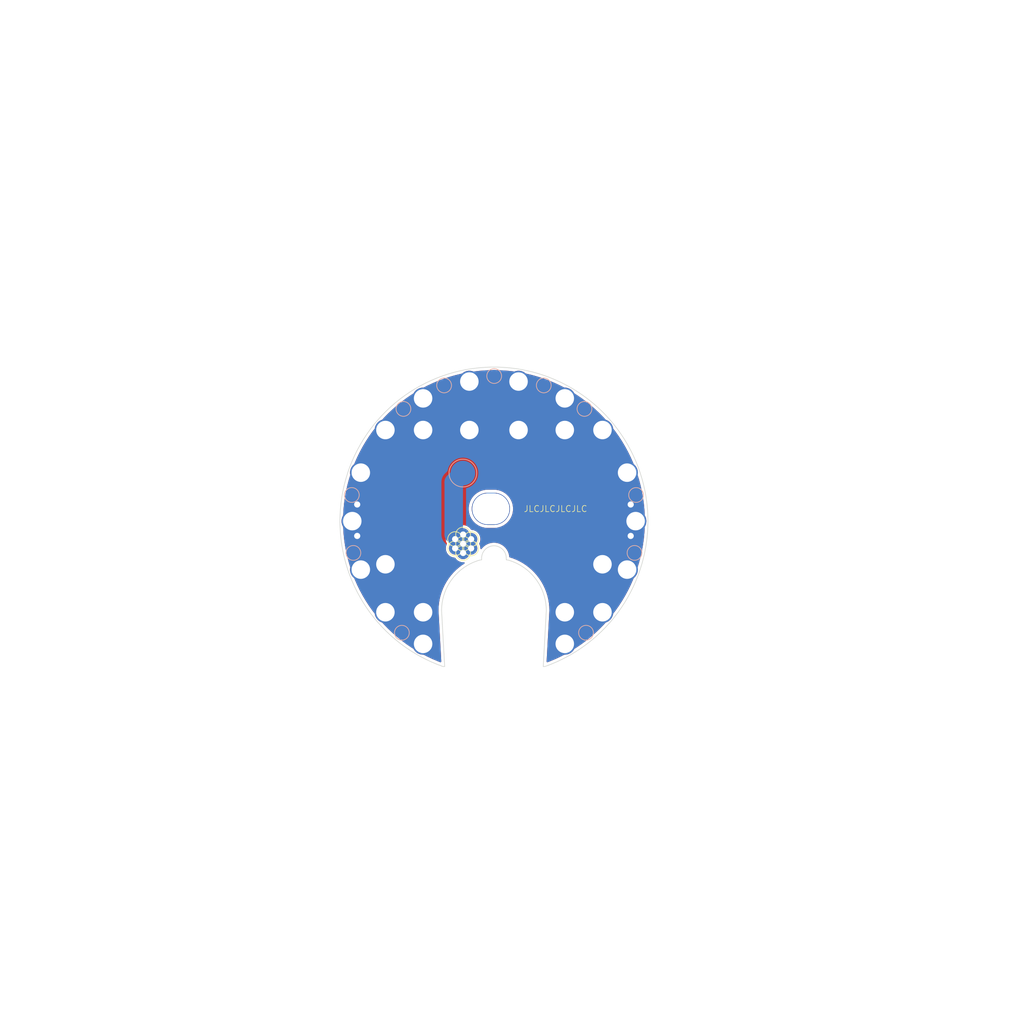
<source format=kicad_pcb>
(kicad_pcb (version 20241229) (generator "pcbnew") (generator_version "9.0")
  (layers (0 "F.Cu" signal) (2 "B.Cu" signal) (13 "F.Paste" user) (15 "B.Paste" user) (5 "F.SilkS" user "F.Silkscreen") (7 "B.SilkS" user "B.Silkscreen") (1 "F.Mask" user) (3 "B.Mask" user) (25 "Edge.Cuts" user))
  (net 0 "")
  (net 1 "GND")
  (net 2 "+3V0")
  (footprint "TestPoint:TestPoint_THTPad_3.0x3.0mm_Drill1.5mm" (layer "F.Cu") (at 121.613 92.134)
    (property "Reference" "clearance-D12" (hide yes))
    (property "Value" "TestPoint_THTPad_3.0x3.0mm_Drill1.5mm" (hide yes))
    (fp_circle (center 0 0) (end 1.1 0) (stroke (width 0.12)) (fill no) (layer "F.SilkS"))
    (pad "1" thru_hole circle (at 0 0 210) (size 3.5 3.5) (drill 3) (layers "*.Cu" "*.Mask") (net 1 "GND"))
  )
  (footprint "TestPoint:TestPoint_THTPad_3.0x3.0mm_Drill1.5mm" (layer "F.Cu") (at 99.5 98)
    (property "Reference" "clearance-U1" (hide yes))
    (property "Value" "TestPoint_THTPad_3.0x3.0mm_Drill1.5mm" (hide yes))
    (fp_circle (center 0 0) (end 1.1 0) (stroke (width 0.12)) (fill no) (layer "F.SilkS"))
    (pad "" np_thru_hole oval (at 0 0) (size 6.2 5.2) (drill oval 6 5) (layers "*.Cu" "*.Mask"))
  )
  (footprint "" (layer "F.Cu") (at 77.8 102.4)
    (property "Reference" "align-i3" (hide yes))
    (property "Value" "")
    (pad "1" thru_hole circle (at 0 0 30) (size 1.6 1.6) (drill 1) (layers "*.Cu" "*.Mask") (net 1 "GND"))
  )
  (footprint "TestPoint:TestPoint_THTPad_3.0x3.0mm_Drill1.5mm" (layer "F.Cu") (at 103.993908 85.215884)
    (property "Reference" "clearance-R5" (hide yes))
    (property "Value" "TestPoint_THTPad_3.0x3.0mm_Drill1.5mm" (hide yes))
    (fp_circle (center 0 0) (end 1.1 0) (stroke (width 0.12)) (fill no) (layer "F.SilkS"))
    (pad "1" thru_hole circle (at 0 0 210) (size 3.5 3.5) (drill 3) (layers "*.Cu" "*.Mask") (net 1 "GND"))
  )
  (footprint "TestPoint:TestPoint_THTPad_3.0x3.0mm_Drill1.5mm" (layer "F.Cu") (at 88.5 114.784115)
    (property "Reference" "clearance-R1" (hide yes))
    (property "Value" "TestPoint_THTPad_3.0x3.0mm_Drill1.5mm" (hide yes))
    (fp_circle (center 0 0) (end 1.1 0) (stroke (width 0.12)) (fill no) (layer "F.SilkS"))
    (pad "1" thru_hole circle (at 0 0 210) (size 3.5 3.5) (drill 3) (layers "*.Cu" "*.Mask") (net 1 "GND"))
  )
  (footprint "TestPoint:TestPoint_THTPad_3.0x3.0mm_Drill1.5mm" (layer "F.Cu") (at 117.619023 107)
    (property "Reference" "clearance-R7" (hide yes))
    (property "Value" "TestPoint_THTPad_3.0x3.0mm_Drill1.5mm" (hide yes))
    (fp_circle (center 0 0) (end 1.1 0) (stroke (width 0.12)) (fill no) (layer "F.SilkS"))
    (pad "1" thru_hole circle (at 0 0 210) (size 3.5 3.5) (drill 3) (layers "*.Cu" "*.Mask") (net 1 "GND"))
  )
  (footprint "TestPoint:TestPoint_THTPad_3.0x3.0mm_Drill1.5mm" (layer "F.Cu") (at 111.5 114.784115)
    (property "Reference" "clearance-R8" (hide yes))
    (property "Value" "TestPoint_THTPad_3.0x3.0mm_Drill1.5mm" (hide yes))
    (fp_circle (center 0 0) (end 1.1 0) (stroke (width 0.12)) (fill no) (layer "F.SilkS"))
    (pad "1" thru_hole circle (at 0 0 210) (size 3.5 3.5) (drill 3) (layers "*.Cu" "*.Mask") (net 1 "GND"))
  )
  (footprint "TestPoint:TestPoint_THTPad_3.0x3.0mm_Drill1.5mm" (layer "F.Cu") (at 96.006092 85.215884)
    (property "Reference" "clearance-R4" (hide yes))
    (property "Value" "TestPoint_THTPad_3.0x3.0mm_Drill1.5mm" (hide yes))
    (fp_circle (center 0 0) (end 1.1 0) (stroke (width 0.12)) (fill no) (layer "F.SilkS"))
    (pad "1" thru_hole circle (at 0 0 210) (size 3.5 3.5) (drill 3) (layers "*.Cu" "*.Mask") (net 1 "GND"))
  )
  (footprint "TestPoint:TestPoint_THTPad_D2.0mm_Drill1.0mm" (layer "F.Cu") (at 94.996 102.17)
    (property "Reference" "through-i2" (hide yes))
    (property "Value" "TestPoint_THTPad_D2.0mm_Drill1.0mm" (hide yes))
    (fp_circle (center 0 0) (end 0 1.2) (stroke (width 0.12)) (fill no) (layer "F.SilkS"))
    (pad "1" thru_hole circle (at 0 0) (size 2 2) (drill 1) (layers "*.Cu" "*.Mask") (net 2 "+3V0"))
  )
  (footprint "TestPoint:TestPoint_THTPad_3.0x3.0mm_Drill1.5mm" (layer "F.Cu") (at 111.5 85.215884)
    (property "Reference" "clearance-R6" (hide yes))
    (property "Value" "TestPoint_THTPad_3.0x3.0mm_Drill1.5mm" (hide yes))
    (fp_circle (center 0 0) (end 1.1 0) (stroke (width 0.12)) (fill no) (layer "F.SilkS"))
    (pad "1" thru_hole circle (at 0 0 210) (size 3.5 3.5) (drill 3) (layers "*.Cu" "*.Mask") (net 1 "GND"))
  )
  (footprint "TestPoint:TestPoint_THTPad_3.0x3.0mm_Drill1.5mm" (layer "F.Cu") (at 77 100)
    (property "Reference" "clearance-D4" (hide yes))
    (property "Value" "TestPoint_THTPad_3.0x3.0mm_Drill1.5mm" (hide yes))
    (fp_circle (center 0 0) (end 1.1 0) (stroke (width 0.12)) (fill no) (layer "F.SilkS"))
    (pad "1" thru_hole circle (at 0 0 210) (size 3.5 3.5) (drill 3) (layers "*.Cu" "*.Mask") (net 1 "GND"))
  )
  (footprint "TestPoint:TestPoint_THTPad_D2.0mm_Drill1.0mm" (layer "F.Cu") (at 96.295038 104.42 -120)
    (property "Reference" "through-i4" (hide yes))
    (property "Value" "TestPoint_THTPad_D2.0mm_Drill1.0mm" (hide yes))
    (fp_circle (center 0 0) (end 0 1.2) (stroke (width 0.12)) (fill no) (layer "F.SilkS"))
    (pad "1" thru_hole circle (at 0 0 240) (size 2 2) (drill 1) (layers "*.Cu" "*.Mask") (net 2 "+3V0"))
  )
  (footprint "TestPoint:TestPoint_THTPad_3.0x3.0mm_Drill1.5mm" (layer "F.Cu") (at 88.5 80.081)
    (property "Reference" "clearance-D7" (hide yes))
    (property "Value" "TestPoint_THTPad_3.0x3.0mm_Drill1.5mm" (hide yes))
    (fp_circle (center 0 0) (end 1.1 0) (stroke (width 0.12)) (fill no) (layer "F.SilkS"))
    (pad "1" thru_hole circle (at 0 0 210) (size 3.5 3.5) (drill 3) (layers "*.Cu" "*.Mask") (net 1 "GND"))
  )
  (footprint "TestPoint:TestPoint_THTPad_D2.0mm_Drill1.0mm" (layer "F.Cu") (at 94.996 105.17 180)
    (property "Reference" "through-i5" (hide yes))
    (property "Value" "TestPoint_THTPad_D2.0mm_Drill1.0mm" (hide yes))
    (fp_circle (center 0 0) (end 0 1.2) (stroke (width 0.12)) (fill no) (layer "F.SilkS"))
    (pad "1" thru_hole circle (at 0 0 180) (size 2 2) (drill 1) (layers "*.Cu" "*.Mask") (net 2 "+3V0"))
  )
  (footprint "TestPoint:TestPoint_THTPad_3.0x3.0mm_Drill1.5mm" (layer "F.Cu") (at 123 100)
    (property "Reference" "clearance-D13" (hide yes))
    (property "Value" "TestPoint_THTPad_3.0x3.0mm_Drill1.5mm" (hide yes))
    (fp_circle (center 0 0) (end 1.1 0) (stroke (width 0.12)) (fill no) (layer "F.SilkS"))
    (pad "1" thru_hole circle (at 0 0 210) (size 3.5 3.5) (drill 3) (layers "*.Cu" "*.Mask") (net 1 "GND"))
  )
  (footprint "" (layer "F.Cu") (at 122.2 102.4)
    (property "Reference" "align-i4" (hide yes))
    (property "Value" "")
    (pad "1" thru_hole circle (at 0 0 30) (size 1.6 1.6) (drill 1) (layers "*.Cu" "*.Mask") (net 1 "GND"))
  )
  (footprint "TestPoint:TestPoint_THTPad_3.0x3.0mm_Drill1.5mm" (layer "F.Cu") (at 88.5 119.919)
    (property "Reference" "clearance-D1" (hide yes))
    (property "Value" "TestPoint_THTPad_3.0x3.0mm_Drill1.5mm" (hide yes))
    (fp_circle (center 0 0) (end 1.1 0) (stroke (width 0.12)) (fill no) (layer "F.SilkS"))
    (pad "1" thru_hole circle (at 0 0 210) (size 3.5 3.5) (drill 3) (layers "*.Cu" "*.Mask") (net 1 "GND"))
  )
  (footprint "TestPoint:TestPoint_THTPad_3.0x3.0mm_Drill1.5mm" (layer "F.Cu") (at 78.3871 92.134)
    (property "Reference" "clearance-D5" (hide yes))
    (property "Value" "TestPoint_THTPad_3.0x3.0mm_Drill1.5mm" (hide yes))
    (fp_circle (center 0 0) (end 1.1 0) (stroke (width 0.12)) (fill no) (layer "F.SilkS"))
    (pad "1" thru_hole circle (at 0 0 210) (size 3.5 3.5) (drill 3) (layers "*.Cu" "*.Mask") (net 1 "GND"))
  )
  (footprint "TestPoint:TestPoint_THTPad_3.0x3.0mm_Drill1.5mm" (layer "F.Cu") (at 103.994 77.349)
    (property "Reference" "clearance-D9" (hide yes))
    (property "Value" "TestPoint_THTPad_3.0x3.0mm_Drill1.5mm" (hide yes))
    (fp_circle (center 0 0) (end 1.1 0) (stroke (width 0.12)) (fill no) (layer "F.SilkS"))
    (pad "1" thru_hole circle (at 0 0 210) (size 3.5 3.5) (drill 3) (layers "*.Cu" "*.Mask") (net 1 "GND"))
  )
  (footprint "TestPoint:TestPoint_THTPad_D2.0mm_Drill1.0mm" (layer "F.Cu") (at 96.295038 102.92 -60)
    (property "Reference" "through-i3" (hide yes))
    (property "Value" "TestPoint_THTPad_D2.0mm_Drill1.0mm" (hide yes))
    (fp_circle (center 0 0) (end 0 1.2) (stroke (width 0.12)) (fill no) (layer "F.SilkS"))
    (pad "1" thru_hole circle (at 0 0 300) (size 2 2) (drill 1) (layers "*.Cu" "*.Mask") (net 2 "+3V0"))
  )
  (footprint "TestPoint:TestPoint_THTPad_3.0x3.0mm_Drill1.5mm" (layer "F.Cu") (at 82.381 114.784)
    (property "Reference" "clearance-D2" (hide yes))
    (property "Value" "TestPoint_THTPad_3.0x3.0mm_Drill1.5mm" (hide yes))
    (fp_circle (center 0 0) (end 1.1 0) (stroke (width 0.12)) (fill no) (layer "F.SilkS"))
    (pad "1" thru_hole circle (at 0 0 210) (size 3.5 3.5) (drill 3) (layers "*.Cu" "*.Mask") (net 1 "GND"))
  )
  (footprint "TestPoint:TestPoint_THTPad_D2.0mm_Drill1.0mm" (layer "F.Cu") (at 93.696961 102.92 60)
    (property "Reference" "through-i7" (hide yes))
    (property "Value" "TestPoint_THTPad_D2.0mm_Drill1.0mm" (hide yes))
    (fp_circle (center 0 0) (end 0 1.2) (stroke (width 0.12)) (fill no) (layer "F.SilkS"))
    (pad "1" thru_hole circle (at 0 0 60) (size 2 2) (drill 1) (layers "*.Cu" "*.Mask") (net 2 "+3V0"))
  )
  (footprint "TestPoint:TestPoint_THTPad_3.0x3.0mm_Drill1.5mm" (layer "F.Cu") (at 82.381 85.216)
    (property "Reference" "clearance-D6" (hide yes))
    (property "Value" "TestPoint_THTPad_3.0x3.0mm_Drill1.5mm" (hide yes))
    (fp_circle (center 0 0) (end 1.1 0) (stroke (width 0.12)) (fill no) (layer "F.SilkS"))
    (pad "1" thru_hole circle (at 0 0 210) (size 3.5 3.5) (drill 3) (layers "*.Cu" "*.Mask") (net 1 "GND"))
  )
  (footprint "TestPoint:TestPoint_THTPad_3.0x3.0mm_Drill1.5mm" (layer "F.Cu") (at 111.5 119.919)
    (property "Reference" "clearance-D16" (hide yes))
    (property "Value" "TestPoint_THTPad_3.0x3.0mm_Drill1.5mm" (hide yes))
    (fp_circle (center 0 0) (end 1.1 0) (stroke (width 0.12)) (fill no) (layer "F.SilkS"))
    (pad "1" thru_hole circle (at 0 0 210) (size 3.5 3.5) (drill 3) (layers "*.Cu" "*.Mask") (net 1 "GND"))
  )
  (footprint "TestPoint:TestPoint_THTPad_3.0x3.0mm_Drill1.5mm" (layer "F.Cu") (at 117.619 85.216)
    (property "Reference" "clearance-D11" (hide yes))
    (property "Value" "TestPoint_THTPad_3.0x3.0mm_Drill1.5mm" (hide yes))
    (fp_circle (center 0 0) (end 1.1 0) (stroke (width 0.12)) (fill no) (layer "F.SilkS"))
    (pad "1" thru_hole circle (at 0 0 210) (size 3.5 3.5) (drill 3) (layers "*.Cu" "*.Mask") (net 1 "GND"))
  )
  (footprint "TestPoint:TestPoint_THTPad_D2.0mm_Drill1.0mm" (layer "F.Cu") (at 94.996 103.67)
    (property "Reference" "through-i1" (hide yes))
    (property "Value" "TestPoint_THTPad_D2.0mm_Drill1.0mm" (hide yes))
    (fp_circle (center 0 0) (end 0 1.2) (stroke (width 0.12)) (fill no) (layer "F.SilkS"))
    (pad "1" thru_hole circle (at 0 0) (size 2 2) (drill 1) (layers "*.Cu" "*.Mask") (net 2 "+3V0"))
  )
  (footprint "TestPoint:TestPoint_THTPad_3.0x3.0mm_Drill1.5mm" (layer "F.Cu") (at 111.5 80.081)
    (property "Reference" "clearance-D10" (hide yes))
    (property "Value" "TestPoint_THTPad_3.0x3.0mm_Drill1.5mm" (hide yes))
    (fp_circle (center 0 0) (end 1.1 0) (stroke (width 0.12)) (fill no) (layer "F.SilkS"))
    (pad "1" thru_hole circle (at 0 0 210) (size 3.5 3.5) (drill 3) (layers "*.Cu" "*.Mask") (net 1 "GND"))
  )
  (footprint "TestPoint:TestPoint_THTPad_3.0x3.0mm_Drill1.5mm" (layer "F.Cu") (at 82.380977 107)
    (property "Reference" "clearance-R2" (hide yes))
    (property "Value" "TestPoint_THTPad_3.0x3.0mm_Drill1.5mm" (hide yes))
    (fp_circle (center 0 0) (end 1.1 0) (stroke (width 0.12)) (fill no) (layer "F.SilkS"))
    (pad "1" thru_hole circle (at 0 0 210) (size 3.5 3.5) (drill 3) (layers "*.Cu" "*.Mask") (net 1 "GND"))
  )
  (footprint "TestPoint:TestPoint_THTPad_3.0x3.0mm_Drill1.5mm" (layer "F.Cu") (at 117.619 114.784)
    (property "Reference" "clearance-D15" (hide yes))
    (property "Value" "TestPoint_THTPad_3.0x3.0mm_Drill1.5mm" (hide yes))
    (fp_circle (center 0 0) (end 1.1 0) (stroke (width 0.12)) (fill no) (layer "F.SilkS"))
    (pad "1" thru_hole circle (at 0 0 210) (size 3.5 3.5) (drill 3) (layers "*.Cu" "*.Mask") (net 1 "GND"))
  )
  (footprint "TestPoint:TestPoint_THTPad_3.0x3.0mm_Drill1.5mm" (layer "F.Cu") (at 78.3871 107.866)
    (property "Reference" "clearance-D3" (hide yes))
    (property "Value" "TestPoint_THTPad_3.0x3.0mm_Drill1.5mm" (hide yes))
    (fp_circle (center 0 0) (end 1.1 0) (stroke (width 0.12)) (fill no) (layer "F.SilkS"))
    (pad "1" thru_hole circle (at 0 0 210) (size 3.5 3.5) (drill 3) (layers "*.Cu" "*.Mask") (net 1 "GND"))
  )
  (footprint "TestPoint:TestPoint_THTPad_D2.0mm_Drill1.0mm" (layer "F.Cu") (at 93.696961 104.42 120)
    (property "Reference" "through-i6" (hide yes))
    (property "Value" "TestPoint_THTPad_D2.0mm_Drill1.0mm" (hide yes))
    (fp_circle (center 0 0) (end 0 1.2) (stroke (width 0.12)) (fill no) (layer "F.SilkS"))
    (pad "1" thru_hole circle (at 0 0 120) (size 2 2) (drill 1) (layers "*.Cu" "*.Mask") (net 2 "+3V0"))
  )
  (footprint "TestPoint:TestPoint_THTPad_3.0x3.0mm_Drill1.5mm" (layer "F.Cu") (at 121.613 107.866)
    (property "Reference" "clearance-D14" (hide yes))
    (property "Value" "TestPoint_THTPad_3.0x3.0mm_Drill1.5mm" (hide yes))
    (fp_circle (center 0 0) (end 1.1 0) (stroke (width 0.12)) (fill no) (layer "F.SilkS"))
    (pad "1" thru_hole circle (at 0 0 210) (size 3.5 3.5) (drill 3) (layers "*.Cu" "*.Mask") (net 1 "GND"))
  )
  (footprint "TestPoint:TestPoint_THTPad_3.0x3.0mm_Drill1.5mm" (layer "F.Cu") (at 96.0061 77.349)
    (property "Reference" "clearance-D8" (hide yes))
    (property "Value" "TestPoint_THTPad_3.0x3.0mm_Drill1.5mm" (hide yes))
    (fp_circle (center 0 0) (end 1.1 0) (stroke (width 0.12)) (fill no) (layer "F.SilkS"))
    (pad "1" thru_hole circle (at 0 0 210) (size 3.5 3.5) (drill 3) (layers "*.Cu" "*.Mask") (net 1 "GND"))
  )
  (footprint "" (layer "F.Cu") (at 77.8 97.3)
    (property "Reference" "align-i1" (hide yes))
    (property "Value" "")
    (pad "1" thru_hole circle (at 0 0 30) (size 1.6 1.6) (drill 1) (layers "*.Cu" "*.Mask") (net 1 "GND"))
  )
  (footprint "" (layer "F.Cu") (at 122.2 97.3)
    (property "Reference" "align-i2" (hide yes))
    (property "Value" "")
    (pad "1" thru_hole circle (at 0 0 30) (size 1.6 1.6) (drill 1) (layers "*.Cu" "*.Mask") (net 1 "GND"))
  )
  (footprint "TestPoint:TestPoint_THTPad_3.0x3.0mm_Drill1.5mm" (layer "F.Cu") (at 88.5 85.215884)
    (property "Reference" "clearance-R3" (hide yes))
    (property "Value" "TestPoint_THTPad_3.0x3.0mm_Drill1.5mm" (hide yes))
    (fp_circle (center 0 0) (end 1.1 0) (stroke (width 0.12)) (fill no) (layer "F.SilkS"))
    (pad "1" thru_hole circle (at 0 0 210) (size 3.5 3.5) (drill 3) (layers "*.Cu" "*.Mask") (net 1 "GND"))
  )
  (footprint "TestPoint:TestPoint_Pad_D4.0mm" (layer "B.Cu") (at 94.958 92.202 180)
    (property "Reference" "contact-i1" (hide yes))
    (property "Value" "TestPoint_Pad_D4.0mm" (hide yes))
    (fp_circle (center 0 0) (end 0 -2.25) (stroke (width 0.12)) (fill no) (layer "B.SilkS"))
    (pad "1" smd circle (at 0 0 180) (size 4 4) (layers "B.Cu" "B.Mask") (net 2 "+3V0"))
  )
  (footprint "TestPoint:TestPoint_Pad_D2.0mm" (layer "B.Cu") (at 114.948 118.11 180)
    (property "Reference" "stitch2" (hide yes))
    (property "Value" "TestPoint_Pad_D2.0mm")
    (fp_circle (center 0 0) (end 0 -1.2) (stroke (width 0.12)) (fill no) (layer "B.SilkS"))
    (pad "1" smd circle (at 0 0 180) (size 2 2) (layers "B.Cu" "B.Mask") (net 1 "GND"))
  )
  (footprint "TestPoint:TestPoint_Pad_D2.0mm" (layer "B.Cu") (at 100.038 76.454 180)
    (property "Reference" "stitch2" (hide yes))
    (property "Value" "TestPoint_Pad_D2.0mm")
    (fp_circle (center 0 0) (end 0 -1.2) (stroke (width 0.12)) (fill no) (layer "B.SilkS"))
    (pad "1" smd circle (at 0 0 180) (size 2 2) (layers "B.Cu" "B.Mask") (net 1 "GND"))
  )
  (footprint "TestPoint:TestPoint_Pad_D2.0mm" (layer "B.Cu") (at 122.822 105.156 180)
    (property "Reference" "stitch2" (hide yes))
    (property "Value" "TestPoint_Pad_D2.0mm")
    (fp_circle (center 0 0) (end 0 -1.2) (stroke (width 0.12)) (fill no) (layer "B.SilkS"))
    (pad "1" smd circle (at 0 0 180) (size 2 2) (layers "B.Cu" "B.Mask") (net 1 "GND"))
  )
  (footprint "TestPoint:TestPoint_Pad_D2.0mm" (layer "B.Cu") (at 85.306 81.788 180)
    (property "Reference" "stitch2" (hide yes))
    (property "Value" "TestPoint_Pad_D2.0mm")
    (fp_circle (center 0 0) (end 0 -1.2) (stroke (width 0.12)) (fill no) (layer "B.SilkS"))
    (pad "1" smd circle (at 0 0 180) (size 2 2) (layers "B.Cu" "B.Mask") (net 1 "GND"))
  )
  (footprint "TestPoint:TestPoint_Pad_D2.0mm" (layer "B.Cu") (at 114.694 81.788 180)
    (property "Reference" "stitch2" (hide yes))
    (property "Value" "TestPoint_Pad_D2.0mm")
    (fp_circle (center 0 0) (end 0 -1.2) (stroke (width 0.12)) (fill no) (layer "B.SilkS"))
    (pad "1" smd circle (at 0 0 180) (size 2 2) (layers "B.Cu" "B.Mask") (net 1 "GND"))
  )
  (footprint "TestPoint:TestPoint_Pad_D2.0mm" (layer "B.Cu") (at 91.91 77.978 180)
    (property "Reference" "stitch2" (hide yes))
    (property "Value" "TestPoint_Pad_D2.0mm")
    (fp_circle (center 0 0) (end 0 -1.2) (stroke (width 0.12)) (fill no) (layer "B.SilkS"))
    (pad "1" smd circle (at 0 0 180) (size 2 2) (layers "B.Cu" "B.Mask") (net 1 "GND"))
  )
  (footprint "TestPoint:TestPoint_Pad_D2.0mm" (layer "B.Cu") (at 123.076 95.758 180)
    (property "Reference" "stitch2" (hide yes))
    (property "Value" "TestPoint_Pad_D2.0mm")
    (fp_circle (center 0 0) (end 0 -1.2) (stroke (width 0.12)) (fill no) (layer "B.SilkS"))
    (pad "1" smd circle (at 0 0 180) (size 2 2) (layers "B.Cu" "B.Mask") (net 1 "GND"))
  )
  (footprint "TestPoint:TestPoint_Pad_D2.0mm" (layer "B.Cu") (at 76.924 95.758 180)
    (property "Reference" "stitch2" (hide yes))
    (property "Value" "TestPoint_Pad_D2.0mm")
    (fp_circle (center 0 0) (end 0 -1.2) (stroke (width 0.12)) (fill no) (layer "B.SilkS"))
    (pad "1" smd circle (at 0 0 180) (size 2 2) (layers "B.Cu" "B.Mask") (net 1 "GND"))
  )
  (footprint "TestPoint:TestPoint_Pad_D2.0mm" (layer "B.Cu") (at 108.09 77.978 180)
    (property "Reference" "stitch2" (hide yes))
    (property "Value" "TestPoint_Pad_D2.0mm")
    (fp_circle (center 0 0) (end 0 -1.2) (stroke (width 0.12)) (fill no) (layer "B.SilkS"))
    (pad "1" smd circle (at 0 0 180) (size 2 2) (layers "B.Cu" "B.Mask") (net 1 "GND"))
  )
  (footprint "TestPoint:TestPoint_Pad_D2.0mm" (layer "B.Cu") (at 77.178 105.156 180)
    (property "Reference" "stitch2" (hide yes))
    (property "Value" "TestPoint_Pad_D2.0mm")
    (fp_circle (center 0 0) (end 0 -1.2) (stroke (width 0.12)) (fill no) (layer "B.SilkS"))
    (pad "1" smd circle (at 0 0 180) (size 2 2) (layers "B.Cu" "B.Mask") (net 1 "GND"))
  )
  (footprint "TestPoint:TestPoint_Pad_D2.0mm" (layer "B.Cu") (at 85.052 118.11 180)
    (property "Reference" "stitch2" (hide yes))
    (property "Value" "TestPoint_Pad_D2.0mm")
    (fp_circle (center 0 0) (end 0 -1.2) (stroke (width 0.12)) (fill no) (layer "B.SilkS"))
    (pad "1" smd circle (at 0 0 180) (size 2 2) (layers "B.Cu" "B.Mask") (net 1 "GND"))
  )
  (gr_poly (pts (xy 106.212106 108.698298) (xy 106.593546 109.135752) (xy 106.944244 109.598217) (xy 107.262565 110.083536) (xy 107.547024 110.589447) (xy 107.796296 111.113591) (xy 108.009218 111.653523) (xy 108.184797 112.206727) (xy 108.322215 112.770624) (xy 108.420831 113.342583) (xy 108.480185 113.919939) (xy 108.5 114.5) (xy 108 123.6) (xy 108.290482 123.585332) (xy 109.221598 123.237085) (xy 110.138133 122.852095) (xy 111.038637 122.430972) (xy 111.921688 121.97438) (xy 112.785887 121.483042) (xy 113.629869 120.957735) (xy 114.4523 120.39929) (xy 115.251879 119.808589) (xy 116.027341 119.186567) (xy 116.777461 118.534207) (xy 117.501052 117.85254) (xy 118.19697 117.142645) (xy 118.864116 116.405644) (xy 119.501433 115.642702) (xy 120.107914 114.855026) (xy 120.682601 114.043861) (xy 121.224584 113.210489) (xy 121.733007 112.35623) (xy 122.207065 111.482432) (xy 122.64601 110.590479) (xy 123.049146 109.681779) (xy 123.415837 108.757771) (xy 123.745503 107.819915) (xy 124.037623 106.869694) (xy 124.291734 105.908611) (xy 124.507434 104.938185) (xy 124.684384 103.959951) (xy 124.822302 102.975455) (xy 124.920971 101.986254) (xy 124.980235 100.993913) (xy 125 100) (xy 124.980235 99.006087) (xy 124.920971 98.013746) (xy 124.822302 97.024545) (xy 124.684384 96.040049) (xy 124.507434 95.061815) (xy 124.291734 94.091389) (xy 124.037623 93.130306) (xy 123.745503 92.180085) (xy 123.415837 91.242229) (xy 123.049146 90.318221) (xy 122.64601 89.409521) (xy 122.207065 88.517568) (xy 121.733007 87.64377) (xy 121.224584 86.789511) (xy 120.682601 85.956139) (xy 120.107914 85.144974) (xy 119.501433 84.357298) (xy 118.864116 83.594356) (xy 118.19697 82.857355) (xy 117.501052 82.14746) (xy 116.777461 81.465793) (xy 116.027341 80.813433) (xy 115.251879 80.191411) (xy 114.4523 79.60071) (xy 113.629869 79.042265) (xy 112.785887 78.516958) (xy 111.921688 78.02562) (xy 111.038637 77.569028) (xy 110.138133 77.147905) (xy 109.221598 76.762915) (xy 108.290482 76.414668) (xy 107.346257 76.103713) (xy 106.390416 75.830544) (xy 105.42447 75.595592) (xy 104.449947 75.399228) (xy 103.468388 75.241763) (xy 102.481345 75.123446) (xy 101.490378 75.044464) (xy 100.497055 75.004942) (xy 99.502945 75.004942) (xy 98.509622 75.044464) (xy 97.518655 75.123446) (xy 96.531612 75.241763) (xy 95.550053 75.399228) (xy 94.57553 75.595592) (xy 93.609584 75.830544) (xy 92.653743 76.103713) (xy 91.709518 76.414668) (xy 90.778402 76.762915) (xy 89.861867 77.147905) (xy 88.961363 77.569028) (xy 88.078312 78.02562) (xy 87.214113 78.516958) (xy 86.370131 79.042265) (xy 85.5477 79.60071) (xy 84.748121 80.191411) (xy 83.972659 80.813433) (xy 83.222539 81.465793) (xy 82.498948 82.14746) (xy 81.80303 82.857355) (xy 81.135884 83.594356) (xy 80.498567 84.357298) (xy 79.892086 85.144974) (xy 79.317399 85.956139) (xy 78.775416 86.789511) (xy 78.266993 87.64377) (xy 77.792935 88.517568) (xy 77.35399 89.409521) (xy 76.950854 90.318221) (xy 76.584163 91.242229) (xy 76.254497 92.180085) (xy 75.962377 93.130306) (xy 75.708266 94.091389) (xy 75.492566 95.061815) (xy 75.315616 96.040049) (xy 75.177698 97.024545) (xy 75.079029 98.013746) (xy 75.019765 99.006087) (xy 75 100) (xy 75.019765 100.993913) (xy 75.079029 101.986254) (xy 75.177698 102.975455) (xy 75.315616 103.959951) (xy 75.492566 104.938185) (xy 75.708266 105.908611) (xy 75.962377 106.869694) (xy 76.254497 107.819915) (xy 76.584163 108.757771) (xy 76.950854 109.681779) (xy 77.35399 110.590479) (xy 77.792935 111.482432) (xy 78.266993 112.35623) (xy 78.775416 113.210489) (xy 79.317399 114.043861) (xy 79.892086 114.855026) (xy 80.498567 115.642702) (xy 81.135884 116.405644) (xy 81.80303 117.142645) (xy 82.498948 117.85254) (xy 83.222539 118.534207) (xy 83.972659 119.186567) (xy 84.748121 119.808589) (xy 85.5477 120.39929) (xy 86.370131 120.957735) (xy 87.214113 121.483042) (xy 88.078312 121.97438) (xy 88.961363 122.430972) (xy 89.861867 122.852095) (xy 90.778402 123.237085) (xy 91.709518 123.585332) (xy 92 123.6) (xy 91.5 114.5) (xy 91.519815 113.919939) (xy 91.579169 113.342583) (xy 91.677785 112.770624) (xy 91.815203 112.206727) (xy 91.990782 111.653523) (xy 92.203704 111.113591) (xy 92.452976 110.589447) (xy 92.737435 110.083536) (xy 93.055756 109.598217) (xy 93.406454 109.135752) (xy 93.787894 108.698298) (xy 94.198298 108.287894) (xy 94.635752 107.906454) (xy 95.098217 107.555756) (xy 95.583536 107.237435) (xy 96.089447 106.952976) (xy 96.613591 106.703704) (xy 97.153523 106.490782) (xy 97.706727 106.315203) (xy 98 106.28463) (xy 98 106) (xy 98.020357 105.71537) (xy 98.081014 105.436535) (xy 98.180736 105.16917) (xy 98.317493 104.918718) (xy 98.488501 104.690279) (xy 98.690279 104.488501) (xy 98.918718 104.317493) (xy 99.16917 104.180736) (xy 99.436535 104.081014) (xy 99.71537 104.020357) (xy 100 104) (xy 100.28463 104.020357) (xy 100.563465 104.081014) (xy 100.83083 104.180736) (xy 101.081282 104.317493) (xy 101.309721 104.488501) (xy 101.511499 104.690279) (xy 101.682507 104.918718) (xy 101.819264 105.16917) (xy 101.918986 105.436535) (xy 101.979643 105.71537) (xy 102 106) (xy 102 106.28463) (xy 102.293273 106.315203) (xy 102.846477 106.490782) (xy 103.386409 106.703704) (xy 103.910553 106.952976) (xy 104.416464 107.237435) (xy 104.901783 107.555756) (xy 105.364248 107.906454) (xy 105.801702 108.287894)) (stroke (width 0.1)) (fill no) (layer "Edge.Cuts"))
  (gr_text "JLCJLCJLCJLC" (at 110 98 0) (layer "F.SilkS") (effects (font (size 1 1) (thickness 0.1))))
  (segment (start 94.7 92.46) (end 93.472 93.688) (width 3) (layer "B.Cu") (net 2))
  (segment (start 94.7 103.374) (end 94.996 103.67) (width 3) (layer "B.Cu") (net 2))
  (segment (start 94.958 92.202) (end 94.7 92.46) (width 3) (layer "B.Cu") (net 2))
  (segment (start 93.472 93.688) (end 93.472 102.146) (width 3) (layer "B.Cu") (net 2))
  (segment (start 93.472 102.146) (end 94.7 103.374) (width 3) (layer "B.Cu") (net 2))
  (segment (start 94.996 102.17) (end 94.996 103.67) (width 0.3) (layer "B.Cu") (net 2))
  (zone (net 1) (net_name "GND") (layers "F.Cu" "B.Cu") (connect_pads (clearance 0.5)) (min_thickness 0.25) (fill yes (thermal_gap 0.5) (thermal_bridge_width 0.5))
    (polygon (pts (xy 119.108251 15.538301) (xy 185.726901 15.440188) (xy 185.726901 180.331704) (xy 19.812 181.61) (xy 20.066 127.508)))
  )
)
</source>
